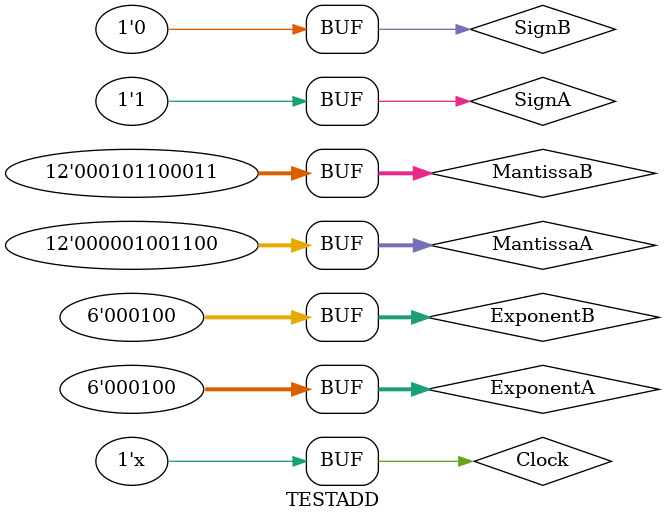
<source format=v>
`timescale 1ns / 1ps


module TESTADD;

	// Inputs
	reg Clock;
	reg SignA;
	reg SignB;
	reg [5:0] ExponentA;
	reg [5:0] ExponentB;
	reg [11:0] MantissaA;
	reg [11:0] MantissaB;

	// Outputs
	wire SignOut;
	wire [5:0] ExponentOut;
	wire [11:0] MantissaOut;
	wire Cout;

	// Instantiate the Unit Under Test (UUT)
	ADDER uut (
		.Clock(Clock), 
		.SignA(SignA), 
		.SignB(SignB), 
		.ExponentA(ExponentA), 
		.ExponentB(ExponentB), 
		.MantissaA(MantissaA), 
		.MantissaB(MantissaB), 
		.SignOut(SignOut), 
		.ExponentOut(ExponentOut), 
		.MantissaOut(MantissaOut), 
		.Cout(Cout)
	);

	initial begin
		// Initialize Inputs
		Clock = 0;
		SignA = 0;
		SignB = 0;
		ExponentA = 0;
		ExponentB = 0;
		MantissaA = 0;
		MantissaB = 0;

		// Wait 100 ns for global reset to finish
		#100;
        
		// Add stimulus here
		SignA = 1;
		SignB = 0;
		ExponentA = 6'b000100;
		ExponentB = 6'b000100;
		MantissaA = 12'b000001001100;
		MantissaB = 12'b000101100011;
	end
      
	always 
		#20 Clock = !Clock;
		
endmodule


</source>
